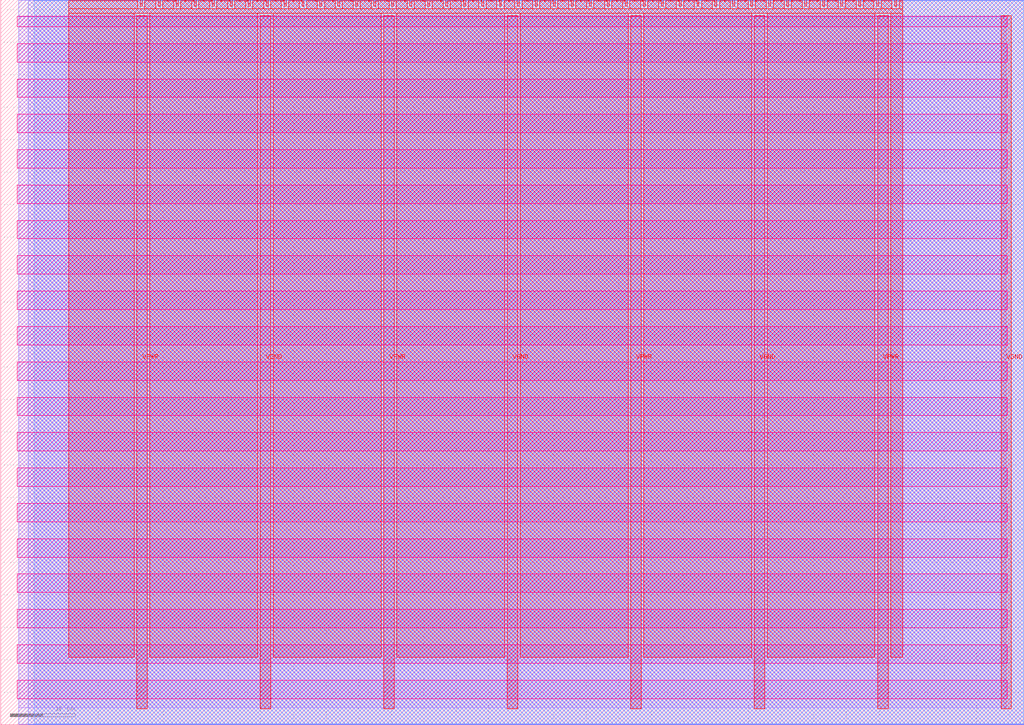
<source format=lef>
VERSION 5.7 ;
  NOWIREEXTENSIONATPIN ON ;
  DIVIDERCHAR "/" ;
  BUSBITCHARS "[]" ;
MACRO tt_um_htfab_cell_tester
  CLASS BLOCK ;
  FOREIGN tt_um_htfab_cell_tester ;
  ORIGIN 0.000 0.000 ;
  SIZE 157.320 BY 111.520 ;
  PIN VGND
    DIRECTION INOUT ;
    USE GROUND ;
    PORT
      LAYER met4 ;
        RECT 39.910 2.480 41.510 109.040 ;
    END
    PORT
      LAYER met4 ;
        RECT 77.860 2.480 79.460 109.040 ;
    END
    PORT
      LAYER met4 ;
        RECT 115.810 2.480 117.410 109.040 ;
    END
    PORT
      LAYER met4 ;
        RECT 153.760 2.480 155.360 109.040 ;
    END
  END VGND
  PIN VPWR
    DIRECTION INOUT ;
    USE POWER ;
    PORT
      LAYER met4 ;
        RECT 20.935 2.480 22.535 109.040 ;
    END
    PORT
      LAYER met4 ;
        RECT 58.885 2.480 60.485 109.040 ;
    END
    PORT
      LAYER met4 ;
        RECT 96.835 2.480 98.435 109.040 ;
    END
    PORT
      LAYER met4 ;
        RECT 134.785 2.480 136.385 109.040 ;
    END
  END VPWR
  PIN clk
    DIRECTION INPUT ;
    USE SIGNAL ;
    PORT
      LAYER met4 ;
        RECT 134.630 110.520 134.930 111.520 ;
    END
  END clk
  PIN ena
    DIRECTION INPUT ;
    USE SIGNAL ;
    PORT
      LAYER met4 ;
        RECT 137.390 110.520 137.690 111.520 ;
    END
  END ena
  PIN rst_n
    DIRECTION INPUT ;
    USE SIGNAL ;
    ANTENNAGATEAREA 2.754000 ;
    PORT
      LAYER met4 ;
        RECT 131.870 110.520 132.170 111.520 ;
    END
  END rst_n
  PIN ui_in[0]
    DIRECTION INPUT ;
    USE SIGNAL ;
    ANTENNAGATEAREA 2.388000 ;
    PORT
      LAYER met4 ;
        RECT 129.110 110.520 129.410 111.520 ;
    END
  END ui_in[0]
  PIN ui_in[1]
    DIRECTION INPUT ;
    USE SIGNAL ;
    ANTENNAGATEAREA 2.322000 ;
    PORT
      LAYER met4 ;
        RECT 126.350 110.520 126.650 111.520 ;
    END
  END ui_in[1]
  PIN ui_in[2]
    DIRECTION INPUT ;
    USE SIGNAL ;
    ANTENNAGATEAREA 3.246000 ;
    PORT
      LAYER met4 ;
        RECT 123.590 110.520 123.890 111.520 ;
    END
  END ui_in[2]
  PIN ui_in[3]
    DIRECTION INPUT ;
    USE SIGNAL ;
    ANTENNAGATEAREA 0.196500 ;
    PORT
      LAYER met4 ;
        RECT 120.830 110.520 121.130 111.520 ;
    END
  END ui_in[3]
  PIN ui_in[4]
    DIRECTION INPUT ;
    USE SIGNAL ;
    ANTENNAGATEAREA 0.586500 ;
    PORT
      LAYER met4 ;
        RECT 118.070 110.520 118.370 111.520 ;
    END
  END ui_in[4]
  PIN ui_in[5]
    DIRECTION INPUT ;
    USE SIGNAL ;
    ANTENNAGATEAREA 0.196500 ;
    PORT
      LAYER met4 ;
        RECT 115.310 110.520 115.610 111.520 ;
    END
  END ui_in[5]
  PIN ui_in[6]
    DIRECTION INPUT ;
    USE SIGNAL ;
    ANTENNAGATEAREA 0.196500 ;
    PORT
      LAYER met4 ;
        RECT 112.550 110.520 112.850 111.520 ;
    END
  END ui_in[6]
  PIN ui_in[7]
    DIRECTION INPUT ;
    USE SIGNAL ;
    ANTENNAGATEAREA 0.196500 ;
    PORT
      LAYER met4 ;
        RECT 109.790 110.520 110.090 111.520 ;
    END
  END ui_in[7]
  PIN uio_in[0]
    DIRECTION INPUT ;
    USE SIGNAL ;
    PORT
      LAYER met4 ;
        RECT 107.030 110.520 107.330 111.520 ;
    END
  END uio_in[0]
  PIN uio_in[1]
    DIRECTION INPUT ;
    USE SIGNAL ;
    PORT
      LAYER met4 ;
        RECT 104.270 110.520 104.570 111.520 ;
    END
  END uio_in[1]
  PIN uio_in[2]
    DIRECTION INPUT ;
    USE SIGNAL ;
    PORT
      LAYER met4 ;
        RECT 101.510 110.520 101.810 111.520 ;
    END
  END uio_in[2]
  PIN uio_in[3]
    DIRECTION INPUT ;
    USE SIGNAL ;
    PORT
      LAYER met4 ;
        RECT 98.750 110.520 99.050 111.520 ;
    END
  END uio_in[3]
  PIN uio_in[4]
    DIRECTION INPUT ;
    USE SIGNAL ;
    PORT
      LAYER met4 ;
        RECT 95.990 110.520 96.290 111.520 ;
    END
  END uio_in[4]
  PIN uio_in[5]
    DIRECTION INPUT ;
    USE SIGNAL ;
    PORT
      LAYER met4 ;
        RECT 93.230 110.520 93.530 111.520 ;
    END
  END uio_in[5]
  PIN uio_in[6]
    DIRECTION INPUT ;
    USE SIGNAL ;
    PORT
      LAYER met4 ;
        RECT 90.470 110.520 90.770 111.520 ;
    END
  END uio_in[6]
  PIN uio_in[7]
    DIRECTION INPUT ;
    USE SIGNAL ;
    PORT
      LAYER met4 ;
        RECT 87.710 110.520 88.010 111.520 ;
    END
  END uio_in[7]
  PIN uio_oe[0]
    DIRECTION OUTPUT TRISTATE ;
    USE SIGNAL ;
    PORT
      LAYER met4 ;
        RECT 40.790 110.520 41.090 111.520 ;
    END
  END uio_oe[0]
  PIN uio_oe[1]
    DIRECTION OUTPUT TRISTATE ;
    USE SIGNAL ;
    PORT
      LAYER met4 ;
        RECT 38.030 110.520 38.330 111.520 ;
    END
  END uio_oe[1]
  PIN uio_oe[2]
    DIRECTION OUTPUT TRISTATE ;
    USE SIGNAL ;
    PORT
      LAYER met4 ;
        RECT 35.270 110.520 35.570 111.520 ;
    END
  END uio_oe[2]
  PIN uio_oe[3]
    DIRECTION OUTPUT TRISTATE ;
    USE SIGNAL ;
    PORT
      LAYER met4 ;
        RECT 32.510 110.520 32.810 111.520 ;
    END
  END uio_oe[3]
  PIN uio_oe[4]
    DIRECTION OUTPUT TRISTATE ;
    USE SIGNAL ;
    PORT
      LAYER met4 ;
        RECT 29.750 110.520 30.050 111.520 ;
    END
  END uio_oe[4]
  PIN uio_oe[5]
    DIRECTION OUTPUT TRISTATE ;
    USE SIGNAL ;
    PORT
      LAYER met4 ;
        RECT 26.990 110.520 27.290 111.520 ;
    END
  END uio_oe[5]
  PIN uio_oe[6]
    DIRECTION OUTPUT TRISTATE ;
    USE SIGNAL ;
    PORT
      LAYER met4 ;
        RECT 24.230 110.520 24.530 111.520 ;
    END
  END uio_oe[6]
  PIN uio_oe[7]
    DIRECTION OUTPUT TRISTATE ;
    USE SIGNAL ;
    PORT
      LAYER met4 ;
        RECT 21.470 110.520 21.770 111.520 ;
    END
  END uio_oe[7]
  PIN uio_out[0]
    DIRECTION OUTPUT TRISTATE ;
    USE SIGNAL ;
    ANTENNADIFFAREA 0.795200 ;
    PORT
      LAYER met4 ;
        RECT 62.870 110.520 63.170 111.520 ;
    END
  END uio_out[0]
  PIN uio_out[1]
    DIRECTION OUTPUT TRISTATE ;
    USE SIGNAL ;
    ANTENNADIFFAREA 0.795200 ;
    PORT
      LAYER met4 ;
        RECT 60.110 110.520 60.410 111.520 ;
    END
  END uio_out[1]
  PIN uio_out[2]
    DIRECTION OUTPUT TRISTATE ;
    USE SIGNAL ;
    ANTENNADIFFAREA 0.445500 ;
    PORT
      LAYER met4 ;
        RECT 57.350 110.520 57.650 111.520 ;
    END
  END uio_out[2]
  PIN uio_out[3]
    DIRECTION OUTPUT TRISTATE ;
    USE SIGNAL ;
    ANTENNADIFFAREA 0.795200 ;
    PORT
      LAYER met4 ;
        RECT 54.590 110.520 54.890 111.520 ;
    END
  END uio_out[3]
  PIN uio_out[4]
    DIRECTION OUTPUT TRISTATE ;
    USE SIGNAL ;
    ANTENNADIFFAREA 0.795200 ;
    PORT
      LAYER met4 ;
        RECT 51.830 110.520 52.130 111.520 ;
    END
  END uio_out[4]
  PIN uio_out[5]
    DIRECTION OUTPUT TRISTATE ;
    USE SIGNAL ;
    ANTENNADIFFAREA 0.795200 ;
    PORT
      LAYER met4 ;
        RECT 49.070 110.520 49.370 111.520 ;
    END
  END uio_out[5]
  PIN uio_out[6]
    DIRECTION OUTPUT TRISTATE ;
    USE SIGNAL ;
    ANTENNADIFFAREA 0.795200 ;
    PORT
      LAYER met4 ;
        RECT 46.310 110.520 46.610 111.520 ;
    END
  END uio_out[6]
  PIN uio_out[7]
    DIRECTION OUTPUT TRISTATE ;
    USE SIGNAL ;
    ANTENNADIFFAREA 0.795200 ;
    PORT
      LAYER met4 ;
        RECT 43.550 110.520 43.850 111.520 ;
    END
  END uio_out[7]
  PIN uo_out[0]
    DIRECTION OUTPUT TRISTATE ;
    USE SIGNAL ;
    ANTENNADIFFAREA 1.691250 ;
    PORT
      LAYER met4 ;
        RECT 84.950 110.520 85.250 111.520 ;
    END
  END uo_out[0]
  PIN uo_out[1]
    DIRECTION OUTPUT TRISTATE ;
    USE SIGNAL ;
    ANTENNADIFFAREA 1.650000 ;
    PORT
      LAYER met4 ;
        RECT 82.190 110.520 82.490 111.520 ;
    END
  END uo_out[1]
  PIN uo_out[2]
    DIRECTION OUTPUT TRISTATE ;
    USE SIGNAL ;
    ANTENNADIFFAREA 0.445500 ;
    PORT
      LAYER met4 ;
        RECT 79.430 110.520 79.730 111.520 ;
    END
  END uo_out[2]
  PIN uo_out[3]
    DIRECTION OUTPUT TRISTATE ;
    USE SIGNAL ;
    ANTENNADIFFAREA 0.610500 ;
    PORT
      LAYER met4 ;
        RECT 76.670 110.520 76.970 111.520 ;
    END
  END uo_out[3]
  PIN uo_out[4]
    DIRECTION OUTPUT TRISTATE ;
    USE SIGNAL ;
    ANTENNADIFFAREA 0.429000 ;
    PORT
      LAYER met4 ;
        RECT 73.910 110.520 74.210 111.520 ;
    END
  END uo_out[4]
  PIN uo_out[5]
    DIRECTION OUTPUT TRISTATE ;
    USE SIGNAL ;
    ANTENNADIFFAREA 0.429000 ;
    PORT
      LAYER met4 ;
        RECT 71.150 110.520 71.450 111.520 ;
    END
  END uo_out[5]
  PIN uo_out[6]
    DIRECTION OUTPUT TRISTATE ;
    USE SIGNAL ;
    ANTENNADIFFAREA 0.429000 ;
    PORT
      LAYER met4 ;
        RECT 68.390 110.520 68.690 111.520 ;
    END
  END uo_out[6]
  PIN uo_out[7]
    DIRECTION OUTPUT TRISTATE ;
    USE SIGNAL ;
    ANTENNADIFFAREA 0.429000 ;
    PORT
      LAYER met4 ;
        RECT 65.630 110.520 65.930 111.520 ;
    END
  END uo_out[7]
  OBS
      LAYER nwell ;
        RECT 2.570 107.385 154.750 108.990 ;
        RECT 2.570 101.945 154.750 104.775 ;
        RECT 2.570 96.505 154.750 99.335 ;
        RECT 2.570 91.065 154.750 93.895 ;
        RECT 2.570 85.625 154.750 88.455 ;
        RECT 2.570 80.185 154.750 83.015 ;
        RECT 2.570 74.745 154.750 77.575 ;
        RECT 2.570 69.305 154.750 72.135 ;
        RECT 2.570 63.865 154.750 66.695 ;
        RECT 2.570 58.425 154.750 61.255 ;
        RECT 2.570 52.985 154.750 55.815 ;
        RECT 2.570 47.545 154.750 50.375 ;
        RECT 2.570 42.105 154.750 44.935 ;
        RECT 2.570 36.665 154.750 39.495 ;
        RECT 2.570 31.225 154.750 34.055 ;
        RECT 2.570 25.785 154.750 28.615 ;
        RECT 2.570 20.345 154.750 23.175 ;
        RECT 2.570 14.905 154.750 17.735 ;
        RECT 2.570 9.465 154.750 12.295 ;
        RECT 2.570 4.025 154.750 6.855 ;
      LAYER li1 ;
        RECT 2.760 2.635 154.560 108.885 ;
      LAYER met1 ;
        RECT 2.760 0.040 157.250 111.480 ;
      LAYER met2 ;
        RECT 4.240 0.010 157.230 111.510 ;
      LAYER met3 ;
        RECT 5.125 0.175 157.255 111.345 ;
      LAYER met4 ;
        RECT 10.415 110.120 21.070 111.345 ;
        RECT 22.170 110.120 23.830 111.345 ;
        RECT 24.930 110.120 26.590 111.345 ;
        RECT 27.690 110.120 29.350 111.345 ;
        RECT 30.450 110.120 32.110 111.345 ;
        RECT 33.210 110.120 34.870 111.345 ;
        RECT 35.970 110.120 37.630 111.345 ;
        RECT 38.730 110.120 40.390 111.345 ;
        RECT 41.490 110.120 43.150 111.345 ;
        RECT 44.250 110.120 45.910 111.345 ;
        RECT 47.010 110.120 48.670 111.345 ;
        RECT 49.770 110.120 51.430 111.345 ;
        RECT 52.530 110.120 54.190 111.345 ;
        RECT 55.290 110.120 56.950 111.345 ;
        RECT 58.050 110.120 59.710 111.345 ;
        RECT 60.810 110.120 62.470 111.345 ;
        RECT 63.570 110.120 65.230 111.345 ;
        RECT 66.330 110.120 67.990 111.345 ;
        RECT 69.090 110.120 70.750 111.345 ;
        RECT 71.850 110.120 73.510 111.345 ;
        RECT 74.610 110.120 76.270 111.345 ;
        RECT 77.370 110.120 79.030 111.345 ;
        RECT 80.130 110.120 81.790 111.345 ;
        RECT 82.890 110.120 84.550 111.345 ;
        RECT 85.650 110.120 87.310 111.345 ;
        RECT 88.410 110.120 90.070 111.345 ;
        RECT 91.170 110.120 92.830 111.345 ;
        RECT 93.930 110.120 95.590 111.345 ;
        RECT 96.690 110.120 98.350 111.345 ;
        RECT 99.450 110.120 101.110 111.345 ;
        RECT 102.210 110.120 103.870 111.345 ;
        RECT 104.970 110.120 106.630 111.345 ;
        RECT 107.730 110.120 109.390 111.345 ;
        RECT 110.490 110.120 112.150 111.345 ;
        RECT 113.250 110.120 114.910 111.345 ;
        RECT 116.010 110.120 117.670 111.345 ;
        RECT 118.770 110.120 120.430 111.345 ;
        RECT 121.530 110.120 123.190 111.345 ;
        RECT 124.290 110.120 125.950 111.345 ;
        RECT 127.050 110.120 128.710 111.345 ;
        RECT 129.810 110.120 131.470 111.345 ;
        RECT 132.570 110.120 134.230 111.345 ;
        RECT 135.330 110.120 136.990 111.345 ;
        RECT 138.090 110.120 138.625 111.345 ;
        RECT 10.415 109.440 138.625 110.120 ;
        RECT 10.415 10.375 20.535 109.440 ;
        RECT 22.935 10.375 39.510 109.440 ;
        RECT 41.910 10.375 58.485 109.440 ;
        RECT 60.885 10.375 77.460 109.440 ;
        RECT 79.860 10.375 96.435 109.440 ;
        RECT 98.835 10.375 115.410 109.440 ;
        RECT 117.810 10.375 134.385 109.440 ;
        RECT 136.785 10.375 138.625 109.440 ;
  END
END tt_um_htfab_cell_tester
END LIBRARY


</source>
